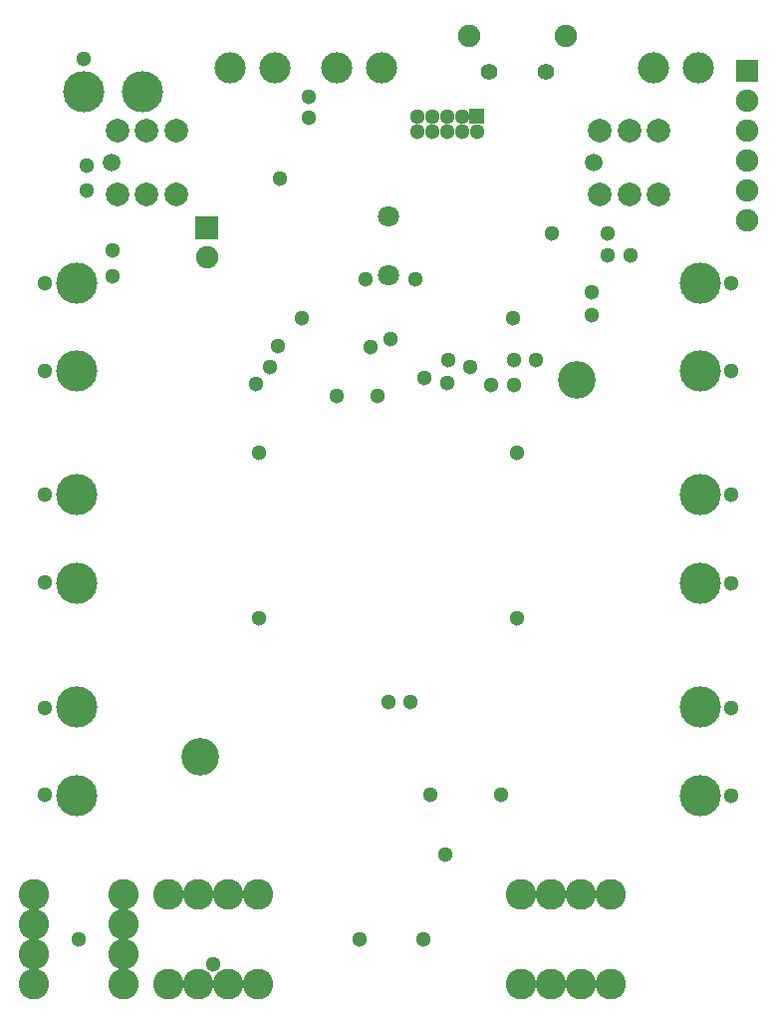
<source format=gbr>
G04 start of page 11 for group -4062 idx -4062 *
G04 Title: (unknown), soldermask *
G04 Creator: pcb 1.99z *
G04 CreationDate: Tue 02 Sep 2014 22:15:35 GMT UTC *
G04 For: rbarlow *
G04 Format: Gerber/RS-274X *
G04 PCB-Dimensions (mm): 85.00 105.00 *
G04 PCB-Coordinate-Origin: lower left *
%MOMM*%
%FSLAX43Y43*%
%LNBOTTOMMASK*%
%ADD194C,1.500*%
%ADD193C,2.000*%
%ADD192C,3.200*%
%ADD191C,2.600*%
%ADD190C,1.800*%
%ADD189C,2.650*%
%ADD188C,1.400*%
%ADD187C,1.900*%
%ADD186C,0.002*%
%ADD185C,1.300*%
%ADD184C,3.500*%
G54D184*X69000Y29250D03*
Y36750D03*
Y65250D03*
Y72750D03*
Y47250D03*
Y54750D03*
G54D185*X47500Y86900D03*
Y85630D03*
X46230Y86900D03*
Y85630D03*
G54D186*G36*
X49390Y87550D02*Y86250D01*
X50690D01*
Y87550D01*
X49390D01*
G37*
G54D185*X50040Y85630D03*
X48770Y86900D03*
Y85630D03*
G54D187*X49400Y93750D03*
G54D188*X51075Y90670D03*
G54D185*X44960Y86900D03*
G54D189*X32905Y91000D03*
X29095D03*
X41905D03*
X38095D03*
G54D185*X44960Y85630D03*
G54D186*G36*
X26150Y78390D02*Y76490D01*
X28050D01*
Y78390D01*
X26150D01*
G37*
G54D190*X42500Y78400D03*
Y73400D03*
G54D184*X16000Y54750D03*
Y47250D03*
Y72750D03*
Y65250D03*
G54D187*X27100Y74900D03*
G54D184*X16000Y36750D03*
Y29250D03*
G54D191*X12390Y13190D03*
Y15730D03*
Y18270D03*
Y20810D03*
X20010Y13190D03*
X23790D03*
X26330D03*
X28870D03*
X31410D03*
X20010Y15730D03*
Y18270D03*
G54D192*X26500Y32500D03*
G54D191*X20010Y20810D03*
X23790D03*
X26330D03*
X28870D03*
X31410D03*
X53790D03*
X56330D03*
X58870D03*
X61410D03*
X53790Y13190D03*
X56330D03*
X58870D03*
X61410D03*
G54D186*G36*
X72050Y91690D02*Y89790D01*
X73950D01*
Y91690D01*
X72050D01*
G37*
G54D187*X57600Y93750D03*
G54D188*X55925Y90670D03*
G54D189*X68905Y91000D03*
X65095D03*
G54D187*X73000Y88200D03*
Y85660D03*
Y83120D03*
Y80580D03*
Y78040D03*
G54D193*X65500Y80300D03*
X63000D03*
X60500D03*
G54D194*X60000Y83000D03*
G54D192*X58500Y64500D03*
G54D193*X65500Y85700D03*
X63000D03*
X60500D03*
X24500Y80300D03*
Y85700D03*
G54D194*X19000Y83000D03*
G54D193*X22000Y80300D03*
X19500D03*
X22000Y85700D03*
X19500D03*
G54D184*X21600Y89000D03*
X16600D03*
G54D185*X56400Y77000D03*
X16600Y91800D03*
X16900Y82700D03*
Y80600D03*
X13300Y72700D03*
X19100Y73300D03*
Y75500D03*
X35800Y86800D03*
Y88600D03*
X33300Y81600D03*
X44800Y73100D03*
X40600D03*
X61200Y75100D03*
Y77000D03*
X63100Y75100D03*
X31500Y44300D03*
X13300Y54800D03*
Y65300D03*
X38100Y63200D03*
X32450Y65650D03*
X13300Y36700D03*
Y47300D03*
X27600Y14900D03*
X13300Y29300D03*
X16200Y17000D03*
X71700Y54800D03*
Y47200D03*
X59800Y70000D03*
Y72000D03*
X71700Y65300D03*
Y72700D03*
X53200Y66200D03*
Y64100D03*
X55100Y66200D03*
X53500Y58300D03*
X31500D03*
X42700Y68000D03*
X41000Y67300D03*
X33100Y67400D03*
X31300Y64200D03*
X41600Y63200D03*
X53100Y69800D03*
X35200D03*
X51300Y64100D03*
X47500Y64300D03*
X45600Y64700D03*
X47600Y66200D03*
X49500Y65600D03*
X40100Y17000D03*
X45500D03*
X47400Y24200D03*
X42500Y37200D03*
X44400D03*
X46100Y29300D03*
X52100D03*
X53500Y44300D03*
X71700Y36700D03*
Y29200D03*
M02*

</source>
